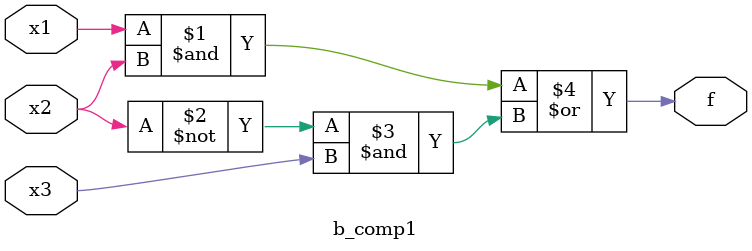
<source format=v>
module b_comp1(x1,x2,x3,f);

	input x1,x2,x3;
	output f;
	assign f= (x1& x2) | (~x2 & x3);

endmodule 
</source>
